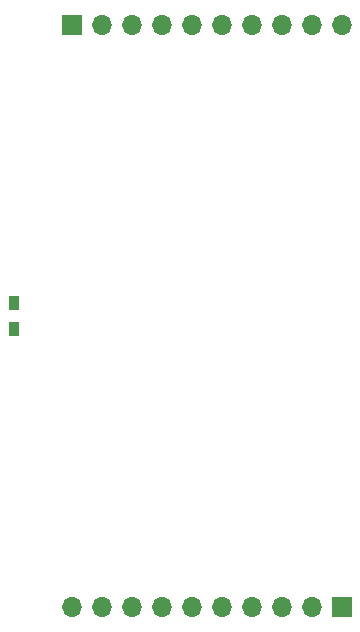
<source format=gbs>
G04 #@! TF.GenerationSoftware,KiCad,Pcbnew,(5.1.6-0-10_14)*
G04 #@! TF.CreationDate,2021-08-31T09:47:16+09:00*
G04 #@! TF.ProjectId,photo-single,70686f74-6f2d-4736-996e-676c652e6b69,rev?*
G04 #@! TF.SameCoordinates,Original*
G04 #@! TF.FileFunction,Soldermask,Bot*
G04 #@! TF.FilePolarity,Negative*
%FSLAX46Y46*%
G04 Gerber Fmt 4.6, Leading zero omitted, Abs format (unit mm)*
G04 Created by KiCad (PCBNEW (5.1.6-0-10_14)) date 2021-08-31 09:47:16*
%MOMM*%
%LPD*%
G01*
G04 APERTURE LIST*
%ADD10R,0.900000X1.200000*%
%ADD11R,1.700000X1.700000*%
%ADD12O,1.700000X1.700000*%
G04 APERTURE END LIST*
D10*
X176000000Y-98900000D03*
X176000000Y-101100000D03*
D11*
X180905000Y-75372000D03*
D12*
X183445000Y-75372000D03*
X185985000Y-75372000D03*
X188525000Y-75372000D03*
X191065000Y-75372000D03*
X193605000Y-75372000D03*
X196145000Y-75372000D03*
X198685000Y-75372000D03*
X201225000Y-75372000D03*
X203765000Y-75372000D03*
X180905000Y-124628000D03*
X183445000Y-124628000D03*
X185985000Y-124628000D03*
X188525000Y-124628000D03*
X191065000Y-124628000D03*
X193605000Y-124628000D03*
X196145000Y-124628000D03*
X198685000Y-124628000D03*
X201225000Y-124628000D03*
D11*
X203765000Y-124628000D03*
M02*

</source>
